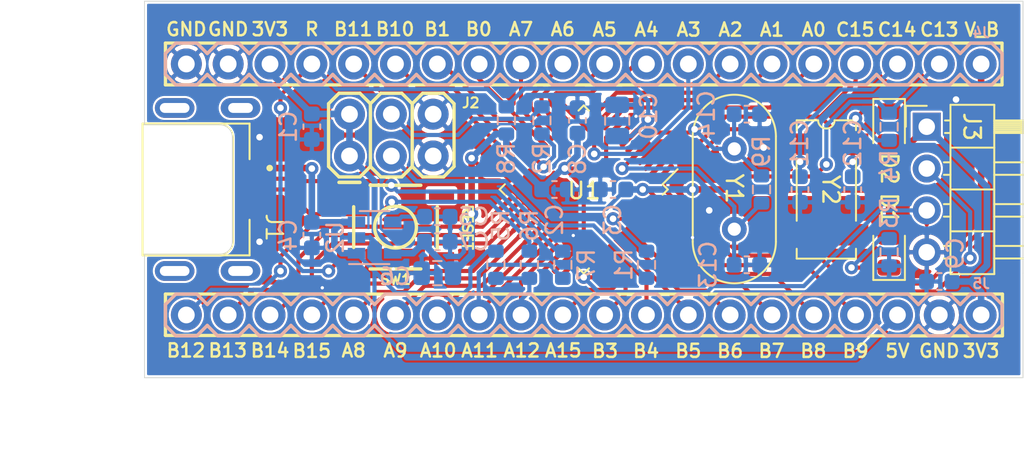
<source format=kicad_pcb>
(kicad_pcb (version 20171130) (host pcbnew "(5.1.9)-1")
  (layers (0 F.Cu signal hide) (31 B.Cu signal hide) (34 B.Paste user) (35 F.Paste user) (36 B.SilkS user) (37 F.SilkS user) (38 B.Mask user) (39 F.Mask user) (44 Edge.Cuts user))
  (net 0 "")
  (net 1 GND)
  (net 2 +3V3)
  (net 3 +5V)
  (net 4 "Net-(C5-Pad1)")
  (net 5 /RESET)
  (net 6 /PC14)
  (net 7 /PC15)
  (net 8 /OSCIN)
  (net 9 /OSCOUT)
  (net 10 "Net-(D1-Pad1)")
  (net 11 "Net-(D2-Pad1)")
  (net 12 "Net-(J1-Pad6)")
  (net 13 "Net-(J1-Pad2)")
  (net 14 "Net-(J1-Pad3)")
  (net 15 "Net-(J2-Pad4)")
  (net 16 "Net-(J2-Pad3)")
  (net 17 /PA14)
  (net 18 /PA13)
  (net 19 /PB11)
  (net 20 /PB10)
  (net 21 /PB1)
  (net 22 /PB0)
  (net 23 /PA7)
  (net 24 /PA6)
  (net 25 /PA5)
  (net 26 /PA4)
  (net 27 /PA3)
  (net 28 /PA2)
  (net 29 /PA1)
  (net 30 /PA0)
  (net 31 /PC13)
  (net 32 V_BATT)
  (net 33 /PB12)
  (net 34 /PB13)
  (net 35 /PB14)
  (net 36 /PB15)
  (net 37 /PA8)
  (net 38 /PA9)
  (net 39 /PA10)
  (net 40 /PA11)
  (net 41 /PA12)
  (net 42 /PA15)
  (net 43 /PB3)
  (net 44 /PB4)
  (net 45 /PB5)
  (net 46 /PB6)
  (net 47 /PB7)
  (net 48 /PB8)
  (net 49 /PB9)
  (net 50 /BOOT0)
  (net 51 /BOOT1)
  (net 52 "Net-(Y2-Pad3)")
  (net 53 "Net-(Y2-Pad2)")
  (module Package_QFP:LQFP-48_7x7mm_P0.5mm (layer F.Cu) (at 77.47 151.13 225)
    (fp_text reference U1 (at 0.035921 -0.071842 180) (layer F.SilkS))
    (fp_text value STM32F103C8Tx)
    (pad 48 smd roundrect (at -2.75 -4.1625 225) (size 0.3 1.475) (layers F.Cu F.Paste F.Mask) (net 2 +3V3))
    (pad 47 smd roundrect (at -2.25 -4.1625 225) (size 0.3 1.475) (layers F.Cu F.Paste F.Mask) (net 1 GND))
    (pad 46 smd roundrect (at -1.75 -4.1625 225) (size 0.3 1.475) (layers F.Cu F.Paste F.Mask) (net 49 /PB9))
    (pad 45 smd roundrect (at -1.25 -4.1625 225) (size 0.3 1.475) (layers F.Cu F.Paste F.Mask) (net 48 /PB8))
    (pad 44 smd roundrect (at -0.75 -4.1625 225) (size 0.3 1.475) (layers F.Cu F.Paste F.Mask) (net 50 /BOOT0))
    (pad 43 smd roundrect (at -0.25 -4.1625 225) (size 0.3 1.475) (layers F.Cu F.Paste F.Mask) (net 47 /PB7))
    (pad 42 smd roundrect (at 0.25 -4.1625 225) (size 0.3 1.475) (layers F.Cu F.Paste F.Mask) (net 46 /PB6))
    (pad 41 smd roundrect (at 0.75 -4.1625 225) (size 0.3 1.475) (layers F.Cu F.Paste F.Mask) (net 45 /PB5))
    (pad 40 smd roundrect (at 1.25 -4.1625 225) (size 0.3 1.475) (layers F.Cu F.Paste F.Mask) (net 44 /PB4))
    (pad 39 smd roundrect (at 1.75 -4.1625 225) (size 0.3 1.475) (layers F.Cu F.Paste F.Mask) (net 43 /PB3))
    (pad 38 smd roundrect (at 2.25 -4.1625 225) (size 0.3 1.475) (layers F.Cu F.Paste F.Mask) (net 42 /PA15))
    (pad 37 smd roundrect (at 2.75 -4.1625 225) (size 0.3 1.475) (layers F.Cu F.Paste F.Mask) (net 17 /PA14))
    (pad 36 smd roundrect (at 4.1625 -2.75 225) (size 1.475 0.3) (layers F.Cu F.Paste F.Mask) (net 2 +3V3))
    (pad 35 smd roundrect (at 4.1625 -2.25 225) (size 1.475 0.3) (layers F.Cu F.Paste F.Mask) (net 1 GND))
    (pad 34 smd roundrect (at 4.1625 -1.75 225) (size 1.475 0.3) (layers F.Cu F.Paste F.Mask) (net 18 /PA13))
    (pad 33 smd roundrect (at 4.1625 -1.25 225) (size 1.475 0.3) (layers F.Cu F.Paste F.Mask) (net 41 /PA12))
    (pad 32 smd roundrect (at 4.1625 -0.75 225) (size 1.475 0.3) (layers F.Cu F.Paste F.Mask) (net 40 /PA11))
    (pad 31 smd roundrect (at 4.1625 -0.25 225) (size 1.475 0.3) (layers F.Cu F.Paste F.Mask) (net 39 /PA10))
    (pad 30 smd roundrect (at 4.1625 0.25 225) (size 1.475 0.3) (layers F.Cu F.Paste F.Mask) (net 38 /PA9))
    (pad 29 smd roundrect (at 4.1625 0.75 225) (size 1.475 0.3) (layers F.Cu F.Paste F.Mask) (net 37 /PA8))
    (pad 28 smd roundrect (at 4.1625 1.25 225) (size 1.475 0.3) (layers F.Cu F.Paste F.Mask) (net 36 /PB15))
    (pad 27 smd roundrect (at 4.1625 1.75 225) (size 1.475 0.3) (layers F.Cu F.Paste F.Mask) (net 35 /PB14))
    (pad 26 smd roundrect (at 4.1625 2.25 225) (size 1.475 0.3) (layers F.Cu F.Paste F.Mask) (net 34 /PB13))
    (pad 25 smd roundrect (at 4.1625 2.75 225) (size 1.475 0.3) (layers F.Cu F.Paste F.Mask) (net 33 /PB12))
    (pad 24 smd roundrect (at 2.75 4.1625 225) (size 0.3 1.475) (layers F.Cu F.Paste F.Mask) (net 2 +3V3))
    (pad 23 smd roundrect (at 2.25 4.1625 225) (size 0.3 1.475) (layers F.Cu F.Paste F.Mask) (net 1 GND))
    (pad 22 smd roundrect (at 1.75 4.1625 225) (size 0.3 1.475) (layers F.Cu F.Paste F.Mask) (net 19 /PB11))
    (pad 21 smd roundrect (at 1.25 4.1625 225) (size 0.3 1.475) (layers F.Cu F.Paste F.Mask) (net 20 /PB10))
    (pad 20 smd roundrect (at 0.75 4.1625 225) (size 0.3 1.475) (layers F.Cu F.Paste F.Mask) (net 51 /BOOT1))
    (pad 19 smd roundrect (at 0.25 4.1625 225) (size 0.3 1.475) (layers F.Cu F.Paste F.Mask) (net 21 /PB1))
    (pad 18 smd roundrect (at -0.25 4.1625 225) (size 0.3 1.475) (layers F.Cu F.Paste F.Mask) (net 22 /PB0))
    (pad 17 smd roundrect (at -0.75 4.1625 225) (size 0.3 1.475) (layers F.Cu F.Paste F.Mask) (net 23 /PA7))
    (pad 16 smd roundrect (at -1.25 4.1625 225) (size 0.3 1.475) (layers F.Cu F.Paste F.Mask) (net 24 /PA6))
    (pad 15 smd roundrect (at -1.75 4.1625 225) (size 0.3 1.475) (layers F.Cu F.Paste F.Mask) (net 25 /PA5))
    (pad 14 smd roundrect (at -2.25 4.1625 225) (size 0.3 1.475) (layers F.Cu F.Paste F.Mask) (net 26 /PA4))
    (pad 13 smd roundrect (at -2.75 4.1625 225) (size 0.3 1.475) (layers F.Cu F.Paste F.Mask) (net 27 /PA3))
    (pad 12 smd roundrect (at -4.1625 2.75 225) (size 1.475 0.3) (layers F.Cu F.Paste F.Mask) (net 28 /PA2))
    (pad 11 smd roundrect (at -4.1625 2.25 225) (size 1.475 0.3) (layers F.Cu F.Paste F.Mask) (net 29 /PA1))
    (pad 10 smd roundrect (at -4.1625 1.75 225) (size 1.475 0.3) (layers F.Cu F.Paste F.Mask) (net 30 /PA0))
    (pad 9 smd roundrect (at -4.1625 1.25 225) (size 1.475 0.3) (layers F.Cu F.Paste F.Mask) (net 2 +3V3))
    (pad 8 smd roundrect (at -4.1625 0.75 225) (size 1.475 0.3) (layers F.Cu F.Paste F.Mask) (net 1 GND))
    (pad 7 smd roundrect (at -4.1625 0.25 225) (size 1.475 0.3) (layers F.Cu F.Paste F.Mask) (net 5 /RESET))
    (pad 6 smd roundrect (at -4.1625 -0.25 225) (size 1.475 0.3) (layers F.Cu F.Paste F.Mask) (net 9 /OSCOUT))
    (pad 5 smd roundrect (at -4.1625 -0.75 225) (size 1.475 0.3) (layers F.Cu F.Paste F.Mask) (net 8 /OSCIN))
    (pad 4 smd roundrect (at -4.1625 -1.25 225) (size 1.475 0.3) (layers F.Cu F.Paste F.Mask) (net 7 /PC15))
    (pad 3 smd roundrect (at -4.1625 -1.75 225) (size 1.475 0.3) (layers F.Cu F.Paste F.Mask) (net 6 /PC14))
    (pad 2 smd roundrect (at -4.1625 -2.25 225) (size 1.475 0.3) (layers F.Cu F.Paste F.Mask) (net 31 /PC13))
    (pad 1 smd roundrect (at -4.1625 -2.75 225) (size 1.475 0.3) (layers F.Cu F.Paste F.Mask) (net 32 V_BATT))
  )
  (module kukolabs-connectors:USB_Micro-B-MOLEX_47642-0001 (layer F.Cu) (at 57.15 151.13 270)
    (fp_text reference J1 (at 2.3114 -1.524 270 unlocked) (layer F.SilkS) (effects (font (thickness 0.127))))
    (fp_text value USB_B_Micro)
    (pad 1 smd rect (at -1.3 0 270) (size 0.45 1.1) (layers F.Cu F.Paste F.Mask) (net 3 +5V))
    (pad 2 smd rect (at -0.65 0 270) (size 0.45 1.1) (layers F.Cu F.Paste F.Mask) (net 13 "Net-(J1-Pad2)"))
    (pad 3 smd rect (at 0 0 270) (size 0.45 1.1) (layers F.Cu F.Paste F.Mask) (net 14 "Net-(J1-Pad3)"))
    (pad 4 smd rect (at 0.65 0 270) (size 0.45 1.1) (layers F.Cu F.Paste F.Mask) (net 1 GND))
    (pad 5 smd rect (at 1.3 0 270) (size 0.45 1.1) (layers F.Cu F.Paste F.Mask) (net 1 GND))
    (pad 6 thru_hole oval (at -4.95 0.52 270) (size 1.2 2.4) (drill oval 0.6 1.5) (layers *.Cu *.Mask) (net 12 "Net-(J1-Pad6)"))
    (pad 6 thru_hole oval (at -4.95 4.52 270) (size 1.2 2.4) (drill oval 0.6 1.8) (layers *.Cu *.Mask) (net 12 "Net-(J1-Pad6)"))
    (pad 6 thru_hole oval (at 4.95 0.52 270) (size 1.2 2.4) (drill oval 0.6 1.5) (layers *.Cu *.Mask) (net 12 "Net-(J1-Pad6)"))
    (pad 6 thru_hole oval (at 4.95 4.52 270) (size 1.2 2.4) (drill oval 0.6 1.8) (layers *.Cu *.Mask) (net 12 "Net-(J1-Pad6)"))
  )
  (module Capacitor_SMD:C_0603_1608Metric (layer B.Cu) (at 87.376 146.558)
    (fp_text reference C14 (at -2.4638 0 90 unlocked) (layer B.SilkS) (effects (justify mirror)))
    (fp_text value 20pF)
    (pad 2 smd roundrect (at 0.775 0) (size 0.9 0.95) (layers B.Cu B.Paste B.Mask) (net 1 GND))
    (pad 1 smd roundrect (at -0.775 0) (size 0.9 0.95) (layers B.Cu B.Paste B.Mask) (net 9 /OSCOUT))
  )
  (module Capacitor_SMD:C_0603_1608Metric (layer B.Cu) (at 87.376 155.702)
    (fp_text reference C13 (at -2.3622 0 90) (layer B.SilkS) (effects (justify mirror)))
    (fp_text value 20pF)
    (pad 2 smd roundrect (at 0.775 0) (size 0.9 0.95) (layers B.Cu B.Paste B.Mask) (net 1 GND))
    (pad 1 smd roundrect (at -0.775 0) (size 0.9 0.95) (layers B.Cu B.Paste B.Mask) (net 8 /OSCIN))
  )
  (module Capacitor_SMD:C_0603_1608Metric (layer B.Cu) (at 93.8022 151.13 270)
    (fp_text reference C12 (at -2.8194 0 90) (layer B.SilkS) (effects (justify mirror)))
    (fp_text value 20pF)
    (pad 2 smd roundrect (at 0.775 0 270) (size 0.9 0.95) (layers B.Cu B.Paste B.Mask) (net 1 GND))
    (pad 1 smd roundrect (at -0.775 0 270) (size 0.9 0.95) (layers B.Cu B.Paste B.Mask) (net 7 /PC15))
  )
  (module Capacitor_SMD:C_0603_1608Metric (layer B.Cu) (at 90.6018 151.13 270)
    (fp_text reference C11 (at -2.8194 0.0254 90) (layer B.SilkS) (effects (justify mirror)))
    (fp_text value 20pF)
    (pad 2 smd roundrect (at 0.775 0 270) (size 0.9 0.95) (layers B.Cu B.Paste B.Mask) (net 1 GND))
    (pad 1 smd roundrect (at -0.775 0 270) (size 0.9 0.95) (layers B.Cu B.Paste B.Mask) (net 6 /PC14))
  )
  (module Capacitor_SMD:C_0805_2012Metric (layer B.Cu) (at 79.502 146.939 90)
    (fp_text reference C10 (at 0.2794 1.905 90) (layer B.SilkS) (effects (justify mirror)))
    (fp_text value 105)
    (pad 2 smd roundrect (at 0.95 0 90) (size 1 1.45) (layers B.Cu B.Paste B.Mask) (net 1 GND))
    (pad 1 smd roundrect (at -0.95 0 90) (size 1 1.45) (layers B.Cu B.Paste B.Mask) (net 5 /RESET))
  )
  (module Capacitor_SMD:C_0603_1608Metric (layer B.Cu) (at 99.06 156.718 180)
    (fp_text reference C9 (at -0.9652 1.7018 90) (layer B.SilkS) (effects (justify mirror)))
    (fp_text value 104)
    (pad 2 smd roundrect (at 0.775 0 180) (size 0.9 0.95) (layers B.Cu B.Paste B.Mask) (net 1 GND))
    (pad 1 smd roundrect (at -0.775 0 180) (size 0.9 0.95) (layers B.Cu B.Paste B.Mask) (net 2 +3V3))
  )
  (module Capacitor_SMD:C_0603_1608Metric (layer B.Cu) (at 77.089 146.939 90)
    (fp_text reference C8 (at -2.3368 0 90) (layer B.SilkS) (effects (justify mirror)))
    (fp_text value 104)
    (pad 2 smd roundrect (at 0.775 0 90) (size 0.9 0.95) (layers B.Cu B.Paste B.Mask) (net 1 GND))
    (pad 1 smd roundrect (at -0.775 0 90) (size 0.9 0.95) (layers B.Cu B.Paste B.Mask) (net 2 +3V3))
  )
  (module Capacitor_SMD:C_0603_1608Metric (layer B.Cu) (at 68.58 154.305)
    (fp_text reference C7 (at 2.2098 0 180) (layer B.SilkS) (effects (justify mirror)))
    (fp_text value 104)
    (pad 2 smd roundrect (at 0.775 0) (size 0.9 0.95) (layers B.Cu B.Paste B.Mask) (net 1 GND))
    (pad 1 smd roundrect (at -0.775 0) (size 0.9 0.95) (layers B.Cu B.Paste B.Mask) (net 2 +3V3))
  )
  (module Capacitor_SMD:C_0805_2012Metric (layer B.Cu) (at 68.58 156.21 180)
    (fp_text reference C6 (at 2.5654 -0.2032 180) (layer B.SilkS) (effects (justify mirror)))
    (fp_text value 106)
    (pad 2 smd roundrect (at 0.95 0 180) (size 1 1.45) (layers B.Cu B.Paste B.Mask) (net 1 GND))
    (pad 1 smd roundrect (at -0.95 0 180) (size 1 1.45) (layers B.Cu B.Paste B.Mask) (net 2 +3V3))
  )
  (module Capacitor_SMD:C_0603_1608Metric (layer B.Cu) (at 68.58 152.781)
    (fp_text reference C5 (at 2.2098 0 180) (layer B.SilkS) (effects (justify mirror)))
    (fp_text value 223)
    (pad 2 smd roundrect (at 0.775 0) (size 0.9 0.95) (layers B.Cu B.Paste B.Mask) (net 1 GND))
    (pad 1 smd roundrect (at -0.775 0) (size 0.9 0.95) (layers B.Cu B.Paste B.Mask) (net 4 "Net-(C5-Pad1)"))
  )
  (module Capacitor_SMD:C_0603_1608Metric (layer B.Cu) (at 60.96 153.8986 270)
    (fp_text reference C4 (at 0 1.43 270) (layer B.SilkS) (effects (justify mirror)))
    (fp_text value 105)
    (pad 2 smd roundrect (at 0.775 0 270) (size 0.9 0.95) (layers B.Cu B.Paste B.Mask) (net 1 GND))
    (pad 1 smd roundrect (at -0.775 0 270) (size 0.9 0.95) (layers B.Cu B.Paste B.Mask) (net 3 +5V))
  )
  (module Capacitor_SMD:C_0603_1608Metric (layer B.Cu) (at 79.248 151.13 180)
    (fp_text reference C3 (at 0.0254 -1.849 90) (layer B.SilkS) (effects (justify mirror)))
    (fp_text value 104)
    (pad 2 smd roundrect (at 0.775 0 180) (size 0.9 0.95) (layers B.Cu B.Paste B.Mask) (net 1 GND))
    (pad 1 smd roundrect (at -0.775 0 180) (size 0.9 0.95) (layers B.Cu B.Paste B.Mask) (net 2 +3V3))
  )
  (module Capacitor_SMD:C_0603_1608Metric (layer B.Cu) (at 75.692 151.13)
    (fp_text reference C2 (at 0 1.849 90) (layer B.SilkS) (effects (justify mirror)))
    (fp_text value 104)
    (pad 2 smd roundrect (at 0.775 0) (size 0.9 0.95) (layers B.Cu B.Paste B.Mask) (net 1 GND))
    (pad 1 smd roundrect (at -0.775 0) (size 0.9 0.95) (layers B.Cu B.Paste B.Mask) (net 2 +3V3))
  )
  (module Capacitor_SMD:C_0603_1608Metric (layer B.Cu) (at 60.96 147.32 270)
    (fp_text reference C1 (at 0 1.43 90) (layer B.SilkS) (effects (justify mirror)))
    (fp_text value 104)
    (pad 2 smd roundrect (at 0.775 0 270) (size 0.9 0.95) (layers B.Cu B.Paste B.Mask) (net 1 GND))
    (pad 1 smd roundrect (at -0.775 0 270) (size 0.9 0.95) (layers B.Cu B.Paste B.Mask) (net 2 +3V3))
  )
  (module Crystal:Crystal_SMD_SeikoEpson_MC306-4Pin_8.0x3.2mm (layer F.Cu) (at 92.202 151.13 270)
    (fp_text reference Y2 (at 0.0254 -0.2794 270 unlocked) (layer F.SilkS))
    (fp_text value Crystal_GND23_Small)
    (pad 4 smd rect (at -2.75 -1.6 270) (size 1.3 1.9) (layers F.Cu F.Paste F.Mask) (net 7 /PC15))
    (pad 3 smd rect (at 2.75 -1.6 270) (size 1.3 1.9) (layers F.Cu F.Paste F.Mask) (net 52 "Net-(Y2-Pad3)"))
    (pad 2 smd rect (at 2.75 1.6 270) (size 1.3 1.9) (layers F.Cu F.Paste F.Mask) (net 53 "Net-(Y2-Pad2)"))
    (pad 1 smd rect (at -2.75 1.6 270) (size 1.3 1.9) (layers F.Cu F.Paste F.Mask) (net 6 /PC14))
  )
  (module Crystal:Crystal_HC49-4H_Vertical (layer F.Cu) (at 86.614 153.543 90)
    (fp_text reference Y1 (at 2.4638 0 270 unlocked) (layer F.SilkS))
    (fp_text value 8MHz)
    (pad 2 thru_hole circle (at 4.88 0 90) (size 1.5 1.5) (drill 0.8) (layers *.Cu *.Mask) (net 9 /OSCOUT))
    (pad 1 thru_hole circle (at 0 0 90) (size 1.5 1.5) (drill 0.8) (layers *.Cu *.Mask) (net 8 /OSCIN))
  )
  (module Package_TO_SOT_SMD:SOT-23-5 (layer B.Cu) (at 64.77 154.051)
    (fp_text reference U2 (at -2.3876 0 90) (layer B.SilkS) (effects (justify mirror)))
    (fp_text value SPX3819M5-L-3-3)
    (pad 5 smd rect (at 1.1 0.95) (size 1.06 0.65) (layers B.Cu B.Paste B.Mask) (net 2 +3V3))
    (pad 4 smd rect (at 1.1 -0.95) (size 1.06 0.65) (layers B.Cu B.Paste B.Mask) (net 4 "Net-(C5-Pad1)"))
    (pad 3 smd rect (at -1.1 -0.95) (size 1.06 0.65) (layers B.Cu B.Paste B.Mask) (net 3 +5V))
    (pad 2 smd rect (at -1.1 0) (size 1.06 0.65) (layers B.Cu B.Paste B.Mask) (net 1 GND))
    (pad 1 smd rect (at -1.1 0.95) (size 1.06 0.65) (layers B.Cu B.Paste B.Mask) (net 3 +5V))
  )
  (module Switches:TACTILE_SWITCH_SMD_5.2MM (layer F.Cu) (at 66.04 153.416 180)
    (fp_text reference SW1 (at 0 -3.175) (layer F.SilkS) (effects (font (size 0.6096 0.6096) (thickness 0.127))))
    (fp_text value RESET (at -4.3688 0 270 unlocked) (layer F.SilkS) (effects (font (size 0.6096 0.6096) (thickness 0.127))))
    (pad 4 smd rect (at 2.794 1.905 270) (size 0.762 1.524) (layers F.Cu F.Paste F.Mask))
    (pad 3 smd rect (at -2.794 1.905 270) (size 0.762 1.524) (layers F.Cu F.Paste F.Mask))
    (pad 2 smd rect (at 2.794 -1.905 270) (size 0.762 1.524) (layers F.Cu F.Paste F.Mask) (net 5 /RESET))
    (pad 1 smd rect (at -2.794 -1.905 270) (size 0.762 1.524) (layers F.Cu F.Paste F.Mask) (net 1 GND))
  )
  (module Resistor_SMD:R_0603_1608Metric (layer B.Cu) (at 88.265 151.13 90)
    (fp_text reference R9 (at 2.3114 0 90) (layer B.SilkS) (effects (justify mirror)))
    (fp_text value 1M)
    (pad 2 smd roundrect (at 0.825 0 90) (size 0.8 0.95) (layers B.Cu B.Paste B.Mask) (net 9 /OSCOUT))
    (pad 1 smd roundrect (at -0.825 0 90) (size 0.8 0.95) (layers B.Cu B.Paste B.Mask) (net 8 /OSCIN))
  )
  (module Resistor_SMD:R_0603_1608Metric (layer B.Cu) (at 72.771 146.939 90)
    (fp_text reference R8 (at -2.3114 0 270) (layer B.SilkS) (effects (justify mirror)))
    (fp_text value 10K)
    (pad 2 smd roundrect (at 0.825 0 90) (size 0.8 0.95) (layers B.Cu B.Paste B.Mask) (net 5 /RESET))
    (pad 1 smd roundrect (at -0.825 0 90) (size 0.8 0.95) (layers B.Cu B.Paste B.Mask) (net 2 +3V3))
  )
  (module Resistor_SMD:R_0603_1608Metric (layer B.Cu) (at 76.2 155.702 90)
    (fp_text reference R7 (at 0 1.43 90) (layer B.SilkS) (effects (justify mirror)))
    (fp_text value 20R)
    (pad 2 smd roundrect (at 0.825 0 90) (size 0.8 0.95) (layers B.Cu B.Paste B.Mask) (net 13 "Net-(J1-Pad2)"))
    (pad 1 smd roundrect (at -0.825 0 90) (size 0.8 0.95) (layers B.Cu B.Paste B.Mask) (net 40 /PA11))
  )
  (module Resistor_SMD:R_0603_1608Metric (layer B.Cu) (at 74.168 155.702 90)
    (fp_text reference R6 (at 2.3876 0 90) (layer B.SilkS) (effects (justify mirror)))
    (fp_text value 20R)
    (pad 2 smd roundrect (at 0.825 0 90) (size 0.8 0.95) (layers B.Cu B.Paste B.Mask) (net 14 "Net-(J1-Pad3)"))
    (pad 1 smd roundrect (at -0.825 0 90) (size 0.8 0.95) (layers B.Cu B.Paste B.Mask) (net 41 /PA12))
  )
  (module Resistor_SMD:R_0603_1608Metric (layer B.Cu) (at 72.136 155.702 90)
    (fp_text reference R5 (at 2.3876 0.3048 90) (layer B.SilkS) (effects (justify mirror)))
    (fp_text value 4.7K)
    (pad 2 smd roundrect (at 0.825 0 90) (size 0.8 0.95) (layers B.Cu B.Paste B.Mask) (net 3 +5V))
    (pad 1 smd roundrect (at -0.825 0 90) (size 0.8 0.95) (layers B.Cu B.Paste B.Mask) (net 41 /PA12))
  )
  (module Resistor_SMD:R_0603_1608Metric (layer B.Cu) (at 96.012 147.32 270)
    (fp_text reference R4 (at 2.3622 0 270) (layer B.SilkS) (effects (justify mirror)))
    (fp_text value 510R)
    (pad 2 smd roundrect (at 0.825 0 270) (size 0.8 0.95) (layers B.Cu B.Paste B.Mask) (net 11 "Net-(D2-Pad1)"))
    (pad 1 smd roundrect (at -0.825 0 270) (size 0.8 0.95) (layers B.Cu B.Paste B.Mask) (net 31 /PC13))
  )
  (module Resistor_SMD:R_0603_1608Metric (layer B.Cu) (at 96.012 154.94 90)
    (fp_text reference R3 (at 2.3876 0 90) (layer B.SilkS) (effects (justify mirror)))
    (fp_text value 510R)
    (pad 2 smd roundrect (at 0.825 0 90) (size 0.8 0.95) (layers B.Cu B.Paste B.Mask) (net 10 "Net-(D1-Pad1)"))
    (pad 1 smd roundrect (at -0.825 0 90) (size 0.8 0.95) (layers B.Cu B.Paste B.Mask) (net 1 GND))
  )
  (module Resistor_SMD:R_0603_1608Metric (layer B.Cu) (at 74.93 146.939 270)
    (fp_text reference R2 (at 2.3114 0 90) (layer B.SilkS) (effects (justify mirror)))
    (fp_text value 100K)
    (pad 2 smd roundrect (at 0.825 0 270) (size 0.8 0.95) (layers B.Cu B.Paste B.Mask) (net 51 /BOOT1))
    (pad 1 smd roundrect (at -0.825 0 270) (size 0.8 0.95) (layers B.Cu B.Paste B.Mask) (net 15 "Net-(J2-Pad4)"))
  )
  (module Resistor_SMD:R_0603_1608Metric (layer B.Cu) (at 81.28 155.702 270)
    (fp_text reference R1 (at 0 1.3716 270) (layer B.SilkS) (effects (justify mirror)))
    (fp_text value 100K)
    (pad 2 smd roundrect (at 0.825 0 270) (size 0.8 0.95) (layers B.Cu B.Paste B.Mask) (net 16 "Net-(J2-Pad3)"))
    (pad 1 smd roundrect (at -0.825 0 270) (size 0.8 0.95) (layers B.Cu B.Paste B.Mask) (net 50 /BOOT0))
  )
  (module Connectors:1X20 (layer B.Cu) (at 101.6 158.75 180)
    (fp_text reference J5 (at 0 1.905) (layer B.SilkS) (effects (font (size 0.6096 0.6096) (thickness 0.127)) (justify mirror)))
    (fp_text value Conn_01x20_Male hide)
    (pad 20 thru_hole circle (at 48.26 0 180) (size 1.8796 1.8796) (drill 1.016) (layers *.Cu *.Mask) (net 33 /PB12))
    (pad 19 thru_hole circle (at 45.72 0 180) (size 1.8796 1.8796) (drill 1.016) (layers *.Cu *.Mask) (net 34 /PB13))
    (pad 18 thru_hole circle (at 43.18 0 180) (size 1.8796 1.8796) (drill 1.016) (layers *.Cu *.Mask) (net 35 /PB14))
    (pad 17 thru_hole circle (at 40.64 0 180) (size 1.8796 1.8796) (drill 1.016) (layers *.Cu *.Mask) (net 36 /PB15))
    (pad 16 thru_hole circle (at 38.1 0 180) (size 1.8796 1.8796) (drill 1.016) (layers *.Cu *.Mask) (net 37 /PA8))
    (pad 15 thru_hole circle (at 35.56 0 180) (size 1.8796 1.8796) (drill 1.016) (layers *.Cu *.Mask) (net 38 /PA9))
    (pad 14 thru_hole circle (at 33.02 0 180) (size 1.8796 1.8796) (drill 1.016) (layers *.Cu *.Mask) (net 39 /PA10))
    (pad 13 thru_hole circle (at 30.48 0 180) (size 1.8796 1.8796) (drill 1.016) (layers *.Cu *.Mask) (net 40 /PA11))
    (pad 12 thru_hole circle (at 27.94 0 180) (size 1.8796 1.8796) (drill 1.016) (layers *.Cu *.Mask) (net 41 /PA12))
    (pad 11 thru_hole circle (at 25.4 0 180) (size 1.8796 1.8796) (drill 1.016) (layers *.Cu *.Mask) (net 42 /PA15))
    (pad 10 thru_hole circle (at 22.86 0 180) (size 1.8796 1.8796) (drill 1.016) (layers *.Cu *.Mask) (net 43 /PB3))
    (pad 9 thru_hole circle (at 20.32 0 180) (size 1.8796 1.8796) (drill 1.016) (layers *.Cu *.Mask) (net 44 /PB4))
    (pad 8 thru_hole circle (at 17.78 0 180) (size 1.8796 1.8796) (drill 1.016) (layers *.Cu *.Mask) (net 45 /PB5))
    (pad 7 thru_hole circle (at 15.24 0 180) (size 1.8796 1.8796) (drill 1.016) (layers *.Cu *.Mask) (net 46 /PB6))
    (pad 6 thru_hole circle (at 12.7 0 180) (size 1.8796 1.8796) (drill 1.016) (layers *.Cu *.Mask) (net 47 /PB7))
    (pad 5 thru_hole circle (at 10.16 0 180) (size 1.8796 1.8796) (drill 1.016) (layers *.Cu *.Mask) (net 48 /PB8))
    (pad 4 thru_hole circle (at 7.62 0 180) (size 1.8796 1.8796) (drill 1.016) (layers *.Cu *.Mask) (net 49 /PB9))
    (pad 3 thru_hole circle (at 5.08 0 180) (size 1.8796 1.8796) (drill 1.016) (layers *.Cu *.Mask) (net 3 +5V))
    (pad 2 thru_hole circle (at 2.54 0 180) (size 1.8796 1.8796) (drill 1.016) (layers *.Cu *.Mask) (net 1 GND))
    (pad 1 thru_hole circle (at 0 0 180) (size 1.8796 1.8796) (drill 1.016) (layers *.Cu *.Mask) (net 2 +3V3))
  )
  (module Connectors:1X20 (layer B.Cu) (at 101.6 143.51 180)
    (fp_text reference J4 (at 0 1.905) (layer B.SilkS) (effects (font (size 0.6096 0.6096) (thickness 0.127)) (justify mirror)))
    (fp_text value Conn_01x20_Male hide)
    (pad 20 thru_hole circle (at 48.26 0 180) (size 1.8796 1.8796) (drill 1.016) (layers *.Cu *.Mask) (net 1 GND))
    (pad 19 thru_hole circle (at 45.72 0 180) (size 1.8796 1.8796) (drill 1.016) (layers *.Cu *.Mask) (net 1 GND))
    (pad 18 thru_hole circle (at 43.18 0 180) (size 1.8796 1.8796) (drill 1.016) (layers *.Cu *.Mask) (net 2 +3V3))
    (pad 17 thru_hole circle (at 40.64 0 180) (size 1.8796 1.8796) (drill 1.016) (layers *.Cu *.Mask) (net 5 /RESET))
    (pad 16 thru_hole circle (at 38.1 0 180) (size 1.8796 1.8796) (drill 1.016) (layers *.Cu *.Mask) (net 19 /PB11))
    (pad 15 thru_hole circle (at 35.56 0 180) (size 1.8796 1.8796) (drill 1.016) (layers *.Cu *.Mask) (net 20 /PB10))
    (pad 14 thru_hole circle (at 33.02 0 180) (size 1.8796 1.8796) (drill 1.016) (layers *.Cu *.Mask) (net 21 /PB1))
    (pad 13 thru_hole circle (at 30.48 0 180) (size 1.8796 1.8796) (drill 1.016) (layers *.Cu *.Mask) (net 22 /PB0))
    (pad 12 thru_hole circle (at 27.94 0 180) (size 1.8796 1.8796) (drill 1.016) (layers *.Cu *.Mask) (net 23 /PA7))
    (pad 11 thru_hole circle (at 25.4 0 180) (size 1.8796 1.8796) (drill 1.016) (layers *.Cu *.Mask) (net 24 /PA6))
    (pad 10 thru_hole circle (at 22.86 0 180) (size 1.8796 1.8796) (drill 1.016) (layers *.Cu *.Mask) (net 25 /PA5))
    (pad 9 thru_hole circle (at 20.32 0 180) (size 1.8796 1.8796) (drill 1.016) (layers *.Cu *.Mask) (net 26 /PA4))
    (pad 8 thru_hole circle (at 17.78 0 180) (size 1.8796 1.8796) (drill 1.016) (layers *.Cu *.Mask) (net 27 /PA3))
    (pad 7 thru_hole circle (at 15.24 0 180) (size 1.8796 1.8796) (drill 1.016) (layers *.Cu *.Mask) (net 28 /PA2))
    (pad 6 thru_hole circle (at 12.7 0 180) (size 1.8796 1.8796) (drill 1.016) (layers *.Cu *.Mask) (net 29 /PA1))
    (pad 5 thru_hole circle (at 10.16 0 180) (size 1.8796 1.8796) (drill 1.016) (layers *.Cu *.Mask) (net 30 /PA0))
    (pad 4 thru_hole circle (at 7.62 0 180) (size 1.8796 1.8796) (drill 1.016) (layers *.Cu *.Mask) (net 7 /PC15))
    (pad 3 thru_hole circle (at 5.08 0 180) (size 1.8796 1.8796) (drill 1.016) (layers *.Cu *.Mask) (net 6 /PC14))
    (pad 2 thru_hole circle (at 2.54 0 180) (size 1.8796 1.8796) (drill 1.016) (layers *.Cu *.Mask) (net 31 /PC13))
    (pad 1 thru_hole circle (at 0 0 180) (size 1.8796 1.8796) (drill 1.016) (layers *.Cu *.Mask) (net 32 V_BATT))
  )
  (module Connector_PinHeader_2.54mm:PinHeader_1x04_P2.54mm_Horizontal (layer F.Cu) (at 98.298 147.32)
    (fp_text reference J3 (at 2.7432 0 -90 unlocked) (layer F.SilkS))
    (fp_text value SWD)
    (pad 4 thru_hole oval (at 0 7.62) (size 1.7 1.7) (drill 1) (layers *.Cu *.Mask) (net 1 GND))
    (pad 3 thru_hole oval (at 0 5.08) (size 1.7 1.7) (drill 1) (layers *.Cu *.Mask) (net 17 /PA14))
    (pad 2 thru_hole oval (at 0 2.54) (size 1.7 1.7) (drill 1) (layers *.Cu *.Mask) (net 18 /PA13))
    (pad 1 thru_hole rect (at 0 0) (size 1.7 1.7) (drill 1) (layers *.Cu *.Mask) (net 2 +3V3))
  )
  (module Connectors:2X3 (layer F.Cu) (at 63.246 149.098)
    (fp_text reference J2 (at 7.366 -3.2258 unlocked) (layer F.SilkS) (effects (font (size 0.6096 0.6096) (thickness 0.127))))
    (fp_text value "Header 3x2" hide)
    (pad 6 thru_hole circle (at 5.08 -2.54) (size 1.8796 1.8796) (drill 1.016) (layers *.Cu *.Mask) (net 1 GND))
    (pad 5 thru_hole circle (at 5.08 0) (size 1.8796 1.8796) (drill 1.016) (layers *.Cu *.Mask) (net 1 GND))
    (pad 4 thru_hole circle (at 2.54 -2.54) (size 1.8796 1.8796) (drill 1.016) (layers *.Cu *.Mask) (net 15 "Net-(J2-Pad4)"))
    (pad 3 thru_hole circle (at 2.54 0) (size 1.8796 1.8796) (drill 1.016) (layers *.Cu *.Mask) (net 16 "Net-(J2-Pad3)"))
    (pad 2 thru_hole circle (at 0 -2.54) (size 1.8796 1.8796) (drill 1.016) (layers *.Cu *.Mask) (net 2 +3V3))
    (pad 1 thru_hole circle (at 0 0) (size 1.8796 1.8796) (drill 1.016) (layers *.Cu *.Mask) (net 2 +3V3))
  )
  (module LED_SMD:LED_0805_2012Metric (layer F.Cu) (at 96.012 147.32 270)
    (fp_text reference D2 (at 2.54 -0.0254 270 unlocked) (layer F.SilkS))
    (fp_text value LED)
    (pad 2 smd roundrect (at 0.9375 0 270) (size 0.975 1.4) (layers F.Cu F.Paste F.Mask) (net 2 +3V3))
    (pad 1 smd roundrect (at -0.9375 0 270) (size 0.975 1.4) (layers F.Cu F.Paste F.Mask) (net 11 "Net-(D2-Pad1)"))
  )
  (module LED_SMD:LED_0805_2012Metric (layer F.Cu) (at 96.012 154.94 90)
    (fp_text reference D1 (at 2.6416 0 270 unlocked) (layer F.SilkS))
    (fp_text value LED)
    (pad 2 smd roundrect (at 0.9375 0 90) (size 0.975 1.4) (layers F.Cu F.Paste F.Mask) (net 2 +3V3))
    (pad 1 smd roundrect (at -0.9375 0 90) (size 0.975 1.4) (layers F.Cu F.Paste F.Mask) (net 10 "Net-(D1-Pad1)"))
  )
  (gr_text V_B (at 101.6508 141.4272) (layer F.SilkS) (effects (font (size 0.8 0.8))))
  (gr_text C13 (at 99.06 141.4272) (layer F.SilkS) (effects (font (size 0.8 0.8))))
  (gr_text C14 (at 96.4946 141.4272) (layer F.SilkS) (effects (font (size 0.8 0.8))))
  (gr_text C15 (at 93.9546 141.4272) (layer F.SilkS) (effects (font (size 0.8 0.8))))
  (gr_text A0 (at 91.44 141.4272) (layer F.SilkS) (effects (font (size 0.8 0.8))))
  (gr_text A1 (at 88.9 141.4272) (layer F.SilkS) (effects (font (size 0.8 0.8))))
  (gr_text A2 (at 86.3854 141.4272) (layer F.SilkS) (effects (font (size 0.8 0.8))))
  (gr_text A3 (at 83.8454 141.4272) (layer F.SilkS) (effects (font (size 0.8 0.8))))
  (gr_text A4 (at 81.28 141.4272) (layer F.SilkS) (effects (font (size 0.8 0.8))))
  (gr_text A5 (at 78.74 141.4272) (layer F.SilkS) (effects (font (size 0.8 0.8))))
  (gr_text A6 (at 76.2 141.4018) (layer F.SilkS) (effects (font (size 0.8 0.8))))
  (gr_text A7 (at 73.66 141.4018) (layer F.SilkS) (effects (font (size 0.8 0.8))))
  (gr_text B0 (at 71.0946 141.4018) (layer F.SilkS) (effects (font (size 0.8 0.8))))
  (gr_text B1 (at 68.58 141.4018) (layer F.SilkS) (effects (font (size 0.8 0.8))))
  (gr_text B10 (at 66.0146 141.4018) (layer F.SilkS) (effects (font (size 0.8 0.8))))
  (gr_text B11 (at 63.4746 141.4018) (layer F.SilkS) (effects (font (size 0.8 0.8))))
  (gr_text R (at 60.96 141.4018) (layer F.SilkS) (effects (font (size 0.8 0.8))))
  (gr_text 3V3 (at 58.42 141.4018) (layer F.SilkS) (effects (font (size 0.8 0.8))))
  (gr_text GND (at 55.88 141.4018) (layer F.SilkS) (effects (font (size 0.8 0.8))))
  (gr_text GND (at 53.34 141.4018) (layer F.SilkS) (effects (font (size 0.8 0.8))))
  (gr_line (start 52.07 144.78) (end 52.07 142.24) (layer F.SilkS) (width 0.2))
  (gr_line (start 102.87 144.78) (end 52.07 144.78) (layer F.SilkS) (width 0.2))
  (gr_line (start 102.87 142.24) (end 102.87 144.78) (layer F.SilkS) (width 0.2))
  (gr_line (start 52.07 142.24) (end 102.87 142.24) (layer F.SilkS) (width 0.2))
  (gr_text 3V3 (at 101.6 160.9344) (layer F.SilkS) (effects (font (size 0.8 0.8))))
  (gr_text GND (at 99.06 160.9344) (layer F.SilkS) (effects (font (size 0.8 0.8))))
  (gr_text 5V (at 96.52 160.9344) (layer F.SilkS) (effects (font (size 0.8 0.8))))
  (gr_text B9 (at 93.98 160.9344) (layer F.SilkS) (effects (font (size 0.8 0.8))))
  (gr_text B8 (at 91.4146 160.9344) (layer F.SilkS) (effects (font (size 0.8 0.8))))
  (gr_text B7 (at 88.8746 160.9344) (layer F.SilkS) (effects (font (size 0.8 0.8))))
  (gr_text B6 (at 86.36 160.9344) (layer F.SilkS) (effects (font (size 0.8 0.8))))
  (gr_text B5 (at 83.82 160.9344) (layer F.SilkS) (effects (font (size 0.8 0.8))))
  (gr_text B4 (at 81.2546 160.9344) (layer F.SilkS) (effects (font (size 0.8 0.8))))
  (gr_text B3 (at 78.7654 160.9344) (layer F.SilkS) (effects (font (size 0.8 0.8))))
  (gr_text A15 (at 76.2254 160.909) (layer F.SilkS) (effects (font (size 0.8 0.8))))
  (gr_text A12 (at 73.7108 160.909) (layer F.SilkS) (effects (font (size 0.8 0.8))))
  (gr_text A11 (at 71.1454 160.909) (layer F.SilkS) (effects (font (size 0.8 0.8))))
  (gr_text A10 (at 68.6308 160.909) (layer F.SilkS) (effects (font (size 0.8 0.8))))
  (gr_text A9 (at 66.04 160.909) (layer F.SilkS) (effects (font (size 0.8 0.8))))
  (gr_text A8 (at 63.5 160.909) (layer F.SilkS) (effects (font (size 0.8 0.8))))
  (gr_text B15 (at 60.96 160.9344) (layer F.SilkS) (effects (font (size 0.8 0.8))))
  (gr_text B14 (at 58.42 160.909) (layer F.SilkS) (effects (font (size 0.8 0.8))))
  (gr_text B13 (at 55.8546 160.909) (layer F.SilkS) (effects (font (size 0.8 0.8))))
  (gr_text B12 (at 53.3146 160.909) (layer F.SilkS) (effects (font (size 0.8 0.8))))
  (gr_line (start 52.07 159.9946) (end 52.07 157.48) (layer F.SilkS) (width 0.2))
  (gr_line (start 102.8954 160.02) (end 52.07 159.9946) (layer F.SilkS) (width 0.2))
  (gr_line (start 102.8954 157.48) (end 102.8954 160.02) (layer F.SilkS) (width 0.2))
  (gr_line (start 52.07 157.48) (end 102.8954 157.48) (layer F.SilkS) (width 0.2))
  (gr_line (start 56.134 154.305) (end 56.134 154.051) (angle 90) (layer Edge.Cuts) (width 0.05))
  (gr_arc (start 55.372 154.305) (end 56.134 154.305) (angle 90) (layer Edge.Cuts) (width 0.05))
  (gr_arc (start 55.372 147.955) (end 55.372 147.193) (angle 90) (layer Edge.Cuts) (width 0.05))
  (gr_line (start 50.8 155.067) (end 55.372 155.067) (angle 90) (layer Edge.Cuts) (width 0.05))
  (gr_line (start 50.8 162.56) (end 50.8 155.067) (angle 90) (layer Edge.Cuts) (width 0.05))
  (gr_line (start 56.134 147.955) (end 56.134 154.051) (angle 90) (layer Edge.Cuts) (width 0.05))
  (gr_line (start 50.8 147.193) (end 55.372 147.193) (angle 90) (layer Edge.Cuts) (width 0.05))
  (gr_line (start 50.8 139.7) (end 50.8 147.193) (angle 90) (layer Edge.Cuts) (width 0.05))
  (gr_line (start 104.14 139.7) (end 104.14 156.21) (angle 90) (layer Edge.Cuts) (width 0.05))
  (gr_line (start 102.87 139.7) (end 104.14 139.7) (angle 90) (layer Edge.Cuts) (width 0.05))
  (gr_line (start 50.8 139.7) (end 102.87 139.7) (angle 90) (layer Edge.Cuts) (width 0.05))
  (gr_line (start 104.14 162.56) (end 104.14 156.21) (angle 90) (layer Edge.Cuts) (width 0.05))
  (gr_line (start 50.8 162.56) (end 104.14 162.56) (angle 90) (layer Edge.Cuts) (width 0.05))
  (via (at 100.076 145.669) (size 0.8) (drill 0.4) (layers F.Cu B.Cu) (net 1))
  (via (at 88.392 148.59) (size 0.8) (drill 0.4) (layers F.Cu B.Cu) (net 1))
  (via (at 85.09 152.4) (size 0.8) (drill 0.4) (layers F.Cu B.Cu) (net 1))
  (via (at 57.785 147.955) (size 0.8) (drill 0.4) (layers F.Cu B.Cu) (net 1))
  (via (at 57.785 154.305) (size 0.8) (drill 0.4) (layers F.Cu B.Cu) (net 1))
  (via (at 80.645 146.685) (size 0.4) (drill 0.2) (layers F.Cu B.Cu) (net 1))
  (via (at 61.595 157.099) (size 0.4) (drill 0.2) (layers F.Cu B.Cu) (net 1))
  (via (at 84.074 154.051) (size 0.4) (drill 0.2) (layers F.Cu B.Cu) (net 1))
  (via (at 76.835 153.924) (size 0.4) (drill 0.2) (layers F.Cu B.Cu) (net 1))
  (via (at 65.913 155.956) (size 0.4) (drill 0.2) (layers F.Cu B.Cu) (net 1))
  (segment (start 74.917 151.0408) (end 74.917 151.13) (width 0.25) (layer B.Cu) (net 2))
  (segment (start 72.771 148.8948) (end 74.917 151.0408) (width 0.4) (layer B.Cu) (net 2))
  (segment (start 72.771 147.764) (end 72.771 148.8948) (width 0.4) (layer B.Cu) (net 2))
  (segment (start 78.830001 149.319001) (end 78.289002 149.86) (width 0.25) (layer F.Cu) (net 2))
  (segment (start 79.494107 147.302785) (end 78.830001 147.966891) (width 0.25) (layer F.Cu) (net 2))
  (segment (start 78.830001 147.966891) (end 78.830001 149.319001) (width 0.25) (layer F.Cu) (net 2))
  (segment (start 79.529449 147.302785) (end 79.494107 147.302785) (width 0.25) (layer F.Cu) (net 2))
  (via (at 76.317401 149.850401) (size 0.8) (drill 0.4) (layers F.Cu B.Cu) (net 2))
  (segment (start 76.327 149.86) (end 76.317401 149.850401) (width 0.25) (layer F.Cu) (net 2))
  (segment (start 78.289002 149.86) (end 76.327 149.86) (width 0.25) (layer F.Cu) (net 2))
  (segment (start 77.47 155.019088) (end 76.471212 156.017876) (width 0.25) (layer F.Cu) (net 2))
  (segment (start 77.47 151.003) (end 77.47 155.019088) (width 0.25) (layer F.Cu) (net 2))
  (segment (start 76.317401 149.850401) (end 77.47 151.003) (width 0.25) (layer F.Cu) (net 2))
  (via (at 70.662803 152.603197) (size 0.8) (drill 0.4) (layers F.Cu B.Cu) (net 2))
  (segment (start 78.8546 152.2984) (end 80.023 151.13) (width 0.25) (layer B.Cu) (net 2))
  (segment (start 76.0854 152.2984) (end 78.8546 152.2984) (width 0.25) (layer B.Cu) (net 2))
  (segment (start 74.917 151.13) (end 76.0854 152.2984) (width 0.25) (layer B.Cu) (net 2))
  (segment (start 80.023 151.13) (end 81.0514 151.13) (width 0.4) (layer B.Cu) (net 2))
  (via (at 81.0514 151.13) (size 0.8) (drill 0.4) (layers F.Cu B.Cu) (net 2))
  (segment (start 81.359088 151.13) (end 82.357876 152.128788) (width 0.25) (layer F.Cu) (net 2))
  (segment (start 81.0514 151.13) (end 81.359088 151.13) (width 0.25) (layer F.Cu) (net 2))
  (segment (start 81.0514 151.13) (end 84.074 151.13) (width 0.4) (layer B.Cu) (net 2))
  (via (at 84.074 151.13) (size 0.8) (drill 0.4) (layers F.Cu B.Cu) (net 2))
  (segment (start 95.4024 151.13) (end 96.012 150.5204) (width 0.4) (layer F.Cu) (net 2))
  (segment (start 84.074 151.13) (end 95.4024 151.13) (width 0.4) (layer F.Cu) (net 2))
  (segment (start 96.012 150.5204) (end 96.012 148.2575) (width 0.4) (layer F.Cu) (net 2))
  (segment (start 96.012 154.0025) (end 96.012 150.5204) (width 0.4) (layer F.Cu) (net 2))
  (segment (start 97.3605 148.2575) (end 98.298 147.32) (width 0.4) (layer F.Cu) (net 2))
  (segment (start 96.012 148.2575) (end 97.3605 148.2575) (width 0.4) (layer F.Cu) (net 2))
  (segment (start 76.184199 149.850401) (end 76.317401 149.850401) (width 0.4) (layer B.Cu) (net 2))
  (segment (start 74.917 151.1176) (end 76.184199 149.850401) (width 0.4) (layer B.Cu) (net 2))
  (segment (start 74.917 151.13) (end 74.917 151.1176) (width 0.25) (layer B.Cu) (net 2))
  (segment (start 76.317401 149.844199) (end 77.089 149.0726) (width 0.4) (layer B.Cu) (net 2))
  (segment (start 77.089 149.0726) (end 77.089 147.714) (width 0.4) (layer B.Cu) (net 2))
  (segment (start 76.317401 149.850401) (end 76.317401 149.844199) (width 0.25) (layer B.Cu) (net 2))
  (segment (start 100.965 156.718) (end 99.835 156.718) (width 0.4) (layer B.Cu) (net 2))
  (segment (start 101.9556 155.7274) (end 100.965 156.718) (width 0.4) (layer B.Cu) (net 2))
  (segment (start 101.9556 150.9776) (end 101.9556 155.7274) (width 0.4) (layer B.Cu) (net 2))
  (segment (start 98.298 147.32) (end 101.9556 150.9776) (width 0.4) (layer B.Cu) (net 2))
  (segment (start 101.6 157.353) (end 100.965 156.718) (width 0.4) (layer B.Cu) (net 2))
  (segment (start 101.6 158.75) (end 101.6 157.353) (width 0.4) (layer B.Cu) (net 2))
  (segment (start 58.42 144.005) (end 58.42 143.51) (width 0.4) (layer B.Cu) (net 2))
  (segment (start 60.96 146.545) (end 58.42 144.005) (width 0.4) (layer B.Cu) (net 2))
  (segment (start 63.233 146.545) (end 63.246 146.558) (width 0.4) (layer B.Cu) (net 2))
  (segment (start 60.96 146.545) (end 63.233 146.545) (width 0.4) (layer B.Cu) (net 2))
  (segment (start 63.246 146.558) (end 63.246 149.098) (width 0.4) (layer B.Cu) (net 2))
  (segment (start 70.662803 155.092397) (end 70.662803 152.603197) (width 0.4) (layer B.Cu) (net 2))
  (segment (start 69.5452 156.21) (end 70.662803 155.092397) (width 0.4) (layer B.Cu) (net 2))
  (segment (start 69.53 156.21) (end 69.5452 156.21) (width 0.4) (layer B.Cu) (net 2))
  (segment (start 69.52235 156.21) (end 69.53 156.21) (width 0.4) (layer B.Cu) (net 2))
  (segment (start 67.805 154.49265) (end 69.52235 156.21) (width 0.4) (layer B.Cu) (net 2))
  (segment (start 67.805 154.305) (end 67.805 154.49265) (width 0.4) (layer B.Cu) (net 2))
  (segment (start 67.109 155.001) (end 67.805 154.305) (width 0.4) (layer B.Cu) (net 2))
  (segment (start 65.87 155.001) (end 67.109 155.001) (width 0.4) (layer B.Cu) (net 2))
  (via (at 70.662801 149.225) (size 0.8) (drill 0.4) (layers F.Cu B.Cu) (net 2))
  (segment (start 70.662803 152.603197) (end 70.662803 149.225002) (width 0.4) (layer F.Cu) (net 2))
  (segment (start 70.662803 149.225002) (end 70.662801 149.225) (width 0.4) (layer F.Cu) (net 2))
  (segment (start 72.582124 150.131212) (end 71.569013 150.131212) (width 0.25) (layer F.Cu) (net 2))
  (segment (start 71.569013 150.131212) (end 70.662801 149.225) (width 0.25) (layer F.Cu) (net 2))
  (segment (start 72.771 147.764) (end 72.123801 147.764) (width 0.4) (layer B.Cu) (net 2))
  (segment (start 72.123801 147.764) (end 70.662801 149.225) (width 0.4) (layer B.Cu) (net 2))
  (segment (start 65.87 154.77) (end 65.87 155.001) (width 0.36) (layer B.Cu) (net 2))
  (segment (start 64.77 153.67) (end 65.87 154.77) (width 0.36) (layer B.Cu) (net 2))
  (segment (start 64.77 150.622) (end 64.77 153.67) (width 0.36) (layer B.Cu) (net 2))
  (segment (start 63.246 149.098) (end 64.77 150.622) (width 0.36) (layer B.Cu) (net 2))
  (via (at 60.959995 149.86) (size 0.8) (drill 0.4) (layers F.Cu B.Cu) (net 3))
  (segment (start 60.9724 153.1112) (end 60.96 153.1236) (width 0.25) (layer B.Cu) (net 3))
  (segment (start 63.6598 153.1112) (end 60.9724 153.1112) (width 0.25) (layer B.Cu) (net 3))
  (segment (start 63.67 153.101) (end 63.6598 153.1112) (width 0.25) (layer B.Cu) (net 3))
  (segment (start 64.764801 156.095801) (end 63.67 155.001) (width 0.25) (layer B.Cu) (net 3))
  (segment (start 66.733494 161.3154) (end 64.764801 159.346707) (width 0.25) (layer B.Cu) (net 3))
  (segment (start 93.9546 161.3154) (end 66.733494 161.3154) (width 0.4) (layer B.Cu) (net 3))
  (segment (start 96.52 158.75) (end 93.9546 161.3154) (width 0.4) (layer B.Cu) (net 3))
  (segment (start 64.764801 157.332799) (end 64.764801 156.095801) (width 0.25) (layer B.Cu) (net 3))
  (segment (start 64.764801 159.346707) (end 64.764801 157.332799) (width 0.25) (layer B.Cu) (net 3))
  (segment (start 71.6402 154.877) (end 72.136 154.877) (width 0.25) (layer B.Cu) (net 3))
  (segment (start 70.5866 155.9306) (end 71.6402 154.877) (width 0.25) (layer B.Cu) (net 3))
  (segment (start 70.5866 157.0482) (end 70.5866 155.9306) (width 0.25) (layer B.Cu) (net 3))
  (segment (start 70.231 157.4038) (end 70.5866 157.0482) (width 0.25) (layer B.Cu) (net 3))
  (segment (start 66.0654 157.4038) (end 70.231 157.4038) (width 0.25) (layer B.Cu) (net 3))
  (segment (start 64.764801 156.103201) (end 66.0654 157.4038) (width 0.25) (layer B.Cu) (net 3))
  (segment (start 64.764801 156.095801) (end 64.764801 156.103201) (width 0.25) (layer B.Cu) (net 3))
  (segment (start 60.959995 153.123595) (end 60.96 153.1236) (width 0.4) (layer B.Cu) (net 3))
  (segment (start 60.959995 149.86) (end 60.959995 153.123595) (width 0.4) (layer B.Cu) (net 3))
  (segment (start 63.6474 153.1236) (end 63.67 153.101) (width 0.4) (layer B.Cu) (net 3))
  (segment (start 60.96 153.1236) (end 63.6474 153.1236) (width 0.4) (layer B.Cu) (net 3))
  (segment (start 62.799 155.001) (end 63.67 155.001) (width 0.4) (layer B.Cu) (net 3))
  (segment (start 62.3316 153.5938) (end 62.3316 154.5336) (width 0.4) (layer B.Cu) (net 3))
  (segment (start 62.3316 154.5336) (end 62.799 155.001) (width 0.4) (layer B.Cu) (net 3))
  (segment (start 62.8244 153.101) (end 62.3316 153.5938) (width 0.4) (layer B.Cu) (net 3))
  (segment (start 63.67 153.101) (end 62.8244 153.101) (width 0.4) (layer B.Cu) (net 3))
  (segment (start 60.929995 149.83) (end 60.959995 149.86) (width 0.4) (layer F.Cu) (net 3))
  (segment (start 57.15 149.83) (end 60.929995 149.83) (width 0.4) (layer F.Cu) (net 3))
  (segment (start 66.421 152.781) (end 67.805 152.781) (width 0.25) (layer B.Cu) (net 4))
  (segment (start 66.0908 153.1112) (end 66.421 152.781) (width 0.25) (layer B.Cu) (net 4))
  (segment (start 66.0806 153.101) (end 66.0908 153.1112) (width 0.25) (layer B.Cu) (net 4))
  (segment (start 65.87 153.101) (end 66.0806 153.101) (width 0.25) (layer B.Cu) (net 4))
  (via (at 61.976 156.083) (size 0.8) (drill 0.4) (layers F.Cu B.Cu) (net 5))
  (via (at 59.055 146.177) (size 0.8) (drill 0.4) (layers F.Cu B.Cu) (net 5))
  (segment (start 59.055 145.415) (end 60.96 143.51) (width 0.25) (layer F.Cu) (net 5))
  (segment (start 59.055 146.177) (end 59.055 145.415) (width 0.25) (layer F.Cu) (net 5))
  (segment (start 62.738 155.321) (end 61.976 156.083) (width 0.25) (layer F.Cu) (net 5))
  (segment (start 63.246 155.321) (end 62.738 155.321) (width 0.25) (layer F.Cu) (net 5))
  (via (at 81.366001 146.880443) (size 0.8) (drill 0.4) (layers F.Cu B.Cu) (net 5))
  (segment (start 80.236555 148.009891) (end 80.966002 147.280442) (width 0.25) (layer F.Cu) (net 5))
  (segment (start 80.966002 147.280442) (end 81.366001 146.880443) (width 0.25) (layer F.Cu) (net 5))
  (segment (start 71.628 145.034) (end 72.708 146.114) (width 0.25) (layer B.Cu) (net 5))
  (segment (start 62.484 145.034) (end 71.628 145.034) (width 0.25) (layer B.Cu) (net 5))
  (segment (start 72.708 146.114) (end 72.771 146.114) (width 0.25) (layer B.Cu) (net 5))
  (segment (start 60.96 143.51) (end 62.484 145.034) (width 0.25) (layer B.Cu) (net 5))
  (segment (start 72.771 146.1008) (end 72.771 146.114) (width 0.25) (layer B.Cu) (net 5))
  (segment (start 73.8632 145.0086) (end 72.771 146.1008) (width 0.25) (layer B.Cu) (net 5))
  (segment (start 80.645 145.0086) (end 73.8632 145.0086) (width 0.25) (layer B.Cu) (net 5))
  (segment (start 81.3816 145.7452) (end 80.645 145.0086) (width 0.25) (layer B.Cu) (net 5))
  (segment (start 81.3816 146.8697) (end 81.3816 145.7452) (width 0.25) (layer B.Cu) (net 5))
  (segment (start 80.3623 147.889) (end 81.3816 146.8697) (width 0.25) (layer B.Cu) (net 5))
  (segment (start 79.502 147.889) (end 80.3623 147.889) (width 0.25) (layer B.Cu) (net 5))
  (segment (start 59.055 154.7368) (end 59.055 146.177) (width 0.25) (layer B.Cu) (net 5))
  (segment (start 60.4012 156.083) (end 59.055 154.7368) (width 0.25) (layer B.Cu) (net 5))
  (segment (start 61.976 156.083) (end 60.4012 156.083) (width 0.25) (layer B.Cu) (net 5))
  (segment (start 90.602 149.4534) (end 90.6018 149.4536) (width 0.25) (layer F.Cu) (net 6))
  (via (at 90.6018 149.4536) (size 0.8) (drill 0.4) (layers F.Cu B.Cu) (net 6))
  (segment (start 90.602 148.38) (end 90.602 149.4534) (width 0.25) (layer F.Cu) (net 6))
  (segment (start 90.6018 149.4536) (end 90.6018 150.355) (width 0.25) (layer B.Cu) (net 6))
  (segment (start 95.772 143.51) (end 96.52 143.51) (width 0.25) (layer F.Cu) (net 6))
  (segment (start 90.602 148.38) (end 90.902 148.38) (width 0.25) (layer F.Cu) (net 6))
  (segment (start 94.9706 145.0594) (end 96.52 143.51) (width 0.25) (layer B.Cu) (net 6))
  (segment (start 93.0656 145.0594) (end 94.9706 145.0594) (width 0.25) (layer B.Cu) (net 6))
  (segment (start 90.6018 147.5232) (end 93.0656 145.0594) (width 0.25) (layer B.Cu) (net 6))
  (segment (start 90.6018 149.4536) (end 90.6018 147.5232) (width 0.25) (layer B.Cu) (net 6))
  (segment (start 89.3572 147.4724) (end 90.2648 148.38) (width 0.25) (layer F.Cu) (net 6))
  (segment (start 84.8106 148.717) (end 86.0552 147.4724) (width 0.25) (layer F.Cu) (net 6))
  (segment (start 86.0552 147.4724) (end 89.3572 147.4724) (width 0.25) (layer F.Cu) (net 6))
  (segment (start 82.357307 148.717) (end 84.8106 148.717) (width 0.25) (layer F.Cu) (net 6))
  (segment (start 81.650769 149.423538) (end 82.357307 148.717) (width 0.25) (layer F.Cu) (net 6))
  (segment (start 90.2648 148.38) (end 90.602 148.38) (width 0.25) (layer F.Cu) (net 6))
  (segment (start 81.650769 149.424105) (end 81.650769 149.423538) (width 0.25) (layer F.Cu) (net 6))
  (via (at 93.8022 149.4536) (size 0.8) (drill 0.4) (layers F.Cu B.Cu) (net 7))
  (segment (start 93.802 149.4534) (end 93.8022 149.4536) (width 0.25) (layer F.Cu) (net 7))
  (segment (start 93.802 148.38) (end 93.802 149.4534) (width 0.25) (layer F.Cu) (net 7))
  (segment (start 93.8022 149.4536) (end 93.8022 150.355) (width 0.25) (layer B.Cu) (net 7))
  (segment (start 93.802 143.688) (end 93.98 143.51) (width 0.25) (layer F.Cu) (net 7))
  (segment (start 93.516 148.38) (end 91.8464 146.7104) (width 0.25) (layer F.Cu) (net 7))
  (segment (start 93.802 148.38) (end 93.516 148.38) (width 0.25) (layer F.Cu) (net 7))
  (segment (start 93.98 144.5768) (end 93.98 143.51) (width 0.25) (layer F.Cu) (net 7))
  (segment (start 91.8464 146.7104) (end 93.98 144.5768) (width 0.25) (layer F.Cu) (net 7))
  (segment (start 90.7796 146.7104) (end 91.8464 146.7104) (width 0.25) (layer F.Cu) (net 7))
  (segment (start 86.0806 146.7104) (end 90.7796 146.7104) (width 0.25) (layer F.Cu) (net 7))
  (segment (start 84.582 148.209) (end 86.0806 146.7104) (width 0.25) (layer F.Cu) (net 7))
  (segment (start 82.158766 148.209) (end 84.582 148.209) (width 0.25) (layer F.Cu) (net 7))
  (segment (start 81.297215 149.070551) (end 82.158766 148.209) (width 0.25) (layer F.Cu) (net 7))
  (segment (start 86.601 153.556) (end 86.614 153.543) (width 0.25) (layer B.Cu) (net 8))
  (segment (start 86.601 155.702) (end 86.601 153.556) (width 0.25) (layer B.Cu) (net 8))
  (segment (start 86.677 153.543) (end 88.265 151.955) (width 0.25) (layer B.Cu) (net 8))
  (segment (start 86.614 153.543) (end 86.677 153.543) (width 0.25) (layer B.Cu) (net 8))
  (via (at 79.80068 149.86) (size 0.8) (drill 0.4) (layers F.Cu B.Cu) (net 8))
  (segment (start 80.943662 148.716998) (end 79.80068 149.85998) (width 0.25) (layer F.Cu) (net 8))
  (segment (start 79.80068 149.85998) (end 79.80068 149.86) (width 0.25) (layer F.Cu) (net 8))
  (segment (start 84.3026 149.86) (end 79.80068 149.86) (width 0.25) (layer B.Cu) (net 8))
  (segment (start 86.614 152.1714) (end 84.3026 149.86) (width 0.25) (layer B.Cu) (net 8))
  (segment (start 86.614 153.543) (end 86.614 152.1714) (width 0.25) (layer B.Cu) (net 8))
  (segment (start 86.601 148.65) (end 86.614 148.663) (width 0.25) (layer B.Cu) (net 9))
  (segment (start 86.601 146.558) (end 86.601 148.65) (width 0.25) (layer B.Cu) (net 9))
  (segment (start 86.623 148.663) (end 88.265 150.305) (width 0.25) (layer B.Cu) (net 9))
  (segment (start 86.614 148.663) (end 86.623 148.663) (width 0.25) (layer B.Cu) (net 9))
  (via (at 84.201 147.4724) (size 0.8) (drill 0.4) (layers F.Cu B.Cu) (net 9))
  (segment (start 86.614 148.663) (end 85.3916 148.663) (width 0.25) (layer B.Cu) (net 9))
  (segment (start 85.3916 148.663) (end 84.201 147.4724) (width 0.25) (layer B.Cu) (net 9))
  (segment (start 81.277954 147.6756) (end 83.9978 147.6756) (width 0.25) (layer F.Cu) (net 9))
  (segment (start 83.9978 147.6756) (end 84.201 147.4724) (width 0.25) (layer F.Cu) (net 9))
  (segment (start 80.590109 148.363445) (end 81.277954 147.6756) (width 0.25) (layer F.Cu) (net 9))
  (segment (start 96.012 155.8775) (end 93.7283 155.8775) (width 0.25) (layer F.Cu) (net 10))
  (via (at 93.7283 155.8775) (size 0.8) (drill 0.4) (layers F.Cu B.Cu) (net 10))
  (segment (start 95.4908 154.115) (end 96.012 154.115) (width 0.25) (layer B.Cu) (net 10))
  (segment (start 93.7283 155.8775) (end 95.4908 154.115) (width 0.25) (layer B.Cu) (net 10))
  (via (at 93.980008 146.812) (size 0.8) (drill 0.4) (layers F.Cu B.Cu) (net 11))
  (segment (start 96.012 148.145) (end 95.313008 148.145) (width 0.25) (layer B.Cu) (net 11))
  (segment (start 95.313008 148.145) (end 93.980008 146.812) (width 0.25) (layer B.Cu) (net 11))
  (segment (start 94.409508 146.3825) (end 93.980008 146.812) (width 0.25) (layer F.Cu) (net 11))
  (segment (start 96.012 146.3825) (end 94.409508 146.3825) (width 0.25) (layer F.Cu) (net 11))
  (via (at 65.785997 150.876254) (size 0.8) (drill 0.4) (layers F.Cu B.Cu) (net 13))
  (segment (start 66.166743 151.257) (end 65.785997 150.876254) (width 0.25) (layer B.Cu) (net 13))
  (segment (start 72.2376 151.257) (end 66.166743 151.257) (width 0.25) (layer B.Cu) (net 13))
  (segment (start 75.8576 154.877) (end 72.2376 151.257) (width 0.25) (layer B.Cu) (net 13))
  (segment (start 76.2 154.877) (end 75.8576 154.877) (width 0.25) (layer B.Cu) (net 13))
  (segment (start 59.6392 150.622) (end 65.531743 150.622) (width 0.25) (layer F.Cu) (net 13))
  (segment (start 59.4972 150.48) (end 59.6392 150.622) (width 0.25) (layer F.Cu) (net 13))
  (segment (start 65.531743 150.622) (end 65.785997 150.876254) (width 0.25) (layer F.Cu) (net 13))
  (segment (start 57.15 150.48) (end 59.4972 150.48) (width 0.25) (layer F.Cu) (net 13))
  (via (at 65.809231 151.895579) (size 0.8) (drill 0.4) (layers F.Cu B.Cu) (net 14))
  (segment (start 60.8584 152.6286) (end 65.07621 152.6286) (width 0.25) (layer F.Cu) (net 14))
  (segment (start 59.3598 151.13) (end 60.8584 152.6286) (width 0.25) (layer F.Cu) (net 14))
  (segment (start 65.07621 152.6286) (end 65.809231 151.895579) (width 0.25) (layer F.Cu) (net 14))
  (segment (start 57.15 151.13) (end 59.3598 151.13) (width 0.25) (layer F.Cu) (net 14))
  (segment (start 65.826613 151.878197) (end 65.809231 151.895579) (width 0.25) (layer B.Cu) (net 14))
  (segment (start 71.766597 151.878197) (end 65.826613 151.878197) (width 0.25) (layer B.Cu) (net 14))
  (segment (start 74.168 154.2796) (end 71.766597 151.878197) (width 0.25) (layer B.Cu) (net 14))
  (segment (start 74.168 154.877) (end 74.168 154.2796) (width 0.25) (layer B.Cu) (net 14))
  (segment (start 74.7644 146.114) (end 74.93 146.114) (width 0.25) (layer B.Cu) (net 15))
  (segment (start 74.20499 146.83901) (end 74.93 146.114) (width 0.25) (layer B.Cu) (net 15))
  (segment (start 70.80739 146.83901) (end 74.20499 146.83901) (width 0.25) (layer B.Cu) (net 15))
  (segment (start 69.823599 147.822801) (end 70.80739 146.83901) (width 0.25) (layer B.Cu) (net 15))
  (segment (start 67.050801 147.822801) (end 69.823599 147.822801) (width 0.25) (layer B.Cu) (net 15))
  (segment (start 65.786 146.558) (end 67.050801 147.822801) (width 0.25) (layer B.Cu) (net 15))
  (segment (start 78.0674 153.3144) (end 81.28 156.527) (width 0.25) (layer B.Cu) (net 16))
  (segment (start 75.3872 153.3144) (end 78.0674 153.3144) (width 0.25) (layer B.Cu) (net 16))
  (segment (start 72.6948 150.622) (end 75.3872 153.3144) (width 0.25) (layer B.Cu) (net 16))
  (segment (start 67.31 150.622) (end 72.6948 150.622) (width 0.25) (layer B.Cu) (net 16))
  (segment (start 65.786 149.098) (end 67.31 150.622) (width 0.25) (layer B.Cu) (net 16))
  (segment (start 98.298 153.2636) (end 98.298 152.4) (width 0.25) (layer F.Cu) (net 17))
  (via (at 77.47 156.464) (size 0.8) (drill 0.4) (layers F.Cu B.Cu) (net 17))
  (segment (start 95.4278 152.4) (end 98.298 152.4) (width 0.25) (layer B.Cu) (net 17))
  (segment (start 90.8304 156.9974) (end 95.4278 152.4) (width 0.25) (layer B.Cu) (net 17))
  (segment (start 84.963 157.353) (end 85.3186 156.9974) (width 0.25) (layer B.Cu) (net 17))
  (segment (start 78.359 157.353) (end 84.963 157.353) (width 0.25) (layer B.Cu) (net 17))
  (segment (start 85.3186 156.9974) (end 90.8304 156.9974) (width 0.25) (layer B.Cu) (net 17))
  (segment (start 77.47 156.464) (end 78.359 157.353) (width 0.25) (layer B.Cu) (net 17))
  (segment (start 78.0288 156.464) (end 77.47 156.464) (width 0.25) (layer F.Cu) (net 17))
  (segment (start 78.468788 156.024012) (end 78.0288 156.464) (width 0.25) (layer F.Cu) (net 17))
  (segment (start 78.468788 156.017876) (end 78.468788 156.024012) (width 0.25) (layer F.Cu) (net 17))
  (via (at 100.93156 155.28756) (size 0.8) (drill 0.4) (layers F.Cu B.Cu) (net 18))
  (segment (start 100.93156 152.49356) (end 100.93156 155.28756) (width 0.25) (layer B.Cu) (net 18))
  (segment (start 98.298 149.86) (end 100.93156 152.49356) (width 0.25) (layer B.Cu) (net 18))
  (segment (start 98.89152 157.3276) (end 100.93156 155.28756) (width 0.25) (layer F.Cu) (net 18))
  (segment (start 96.012 157.3276) (end 98.89152 157.3276) (width 0.25) (layer F.Cu) (net 18))
  (segment (start 95.255199 158.084401) (end 96.012 157.3276) (width 0.25) (layer F.Cu) (net 18))
  (segment (start 95.255199 159.346707) (end 95.255199 158.084401) (width 0.25) (layer F.Cu) (net 18))
  (segment (start 94.073906 160.528) (end 95.255199 159.346707) (width 0.25) (layer F.Cu) (net 18))
  (segment (start 76.106094 160.528) (end 94.073906 160.528) (width 0.25) (layer F.Cu) (net 18))
  (segment (start 74.935199 159.357105) (end 76.106094 160.528) (width 0.25) (layer F.Cu) (net 18))
  (segment (start 74.935199 156.139675) (end 74.935199 159.357105) (width 0.25) (layer F.Cu) (net 18))
  (segment (start 75.764105 155.310769) (end 74.935199 156.139675) (width 0.25) (layer F.Cu) (net 18))
  (segment (start 65.245411 145.255411) (end 69.120537 145.255411) (width 0.25) (layer F.Cu) (net 19))
  (segment (start 63.5 143.51) (end 65.245411 145.255411) (width 0.25) (layer F.Cu) (net 19))
  (segment (start 69.120537 145.255411) (end 73.289231 149.424105) (width 0.25) (layer F.Cu) (net 19))
  (segment (start 69.377634 144.8054) (end 73.642785 149.070551) (width 0.25) (layer F.Cu) (net 20))
  (segment (start 67.3354 144.8054) (end 69.377634 144.8054) (width 0.25) (layer F.Cu) (net 20))
  (segment (start 66.04 143.51) (end 67.3354 144.8054) (width 0.25) (layer F.Cu) (net 20))
  (segment (start 68.9102 143.51) (end 68.58 143.51) (width 0.25) (layer F.Cu) (net 21))
  (segment (start 72.3138 146.9136) (end 68.9102 143.51) (width 0.25) (layer F.Cu) (net 21))
  (segment (start 72.898 146.9136) (end 72.3138 146.9136) (width 0.25) (layer F.Cu) (net 21))
  (segment (start 74.347845 148.363445) (end 72.898 146.9136) (width 0.25) (layer F.Cu) (net 21))
  (segment (start 74.349891 148.363445) (end 74.347845 148.363445) (width 0.25) (layer F.Cu) (net 21))
  (segment (start 71.12 144.4244) (end 71.12 143.51) (width 0.25) (layer F.Cu) (net 22))
  (segment (start 74.703445 148.007845) (end 71.12 144.4244) (width 0.25) (layer F.Cu) (net 22))
  (segment (start 74.703445 148.009891) (end 74.703445 148.007845) (width 0.25) (layer F.Cu) (net 22))
  (segment (start 73.66 146.25934) (end 75.056998 147.656338) (width 0.25) (layer F.Cu) (net 23))
  (segment (start 73.66 143.51) (end 73.66 146.25934) (width 0.25) (layer F.Cu) (net 23))
  (segment (start 74.2442 145.4658) (end 76.2 143.51) (width 0.25) (layer F.Cu) (net 24))
  (segment (start 74.2442 146.136434) (end 74.2442 145.4658) (width 0.25) (layer F.Cu) (net 24))
  (segment (start 75.410551 147.302785) (end 74.2442 146.136434) (width 0.25) (layer F.Cu) (net 24))
  (segment (start 75.292614 146.47774) (end 75.292614 146.463414) (width 0.25) (layer F.Cu) (net 25))
  (segment (start 77.4192 144.8308) (end 78.74 143.51) (width 0.25) (layer F.Cu) (net 25))
  (segment (start 75.565 144.8308) (end 77.4192 144.8308) (width 0.25) (layer F.Cu) (net 25))
  (segment (start 74.9046 145.4912) (end 75.565 144.8308) (width 0.25) (layer F.Cu) (net 25))
  (segment (start 74.9046 146.089726) (end 74.9046 145.4912) (width 0.25) (layer F.Cu) (net 25))
  (segment (start 75.764105 146.949231) (end 74.9046 146.089726) (width 0.25) (layer F.Cu) (net 25))
  (segment (start 79.316506 144.8054) (end 80.611906 143.51) (width 0.25) (layer F.Cu) (net 26))
  (segment (start 78.4098 144.8054) (end 79.316506 144.8054) (width 0.25) (layer F.Cu) (net 26))
  (segment (start 77.934389 145.280811) (end 78.4098 144.8054) (width 0.25) (layer F.Cu) (net 26))
  (segment (start 75.438 145.6436) (end 75.800789 145.280811) (width 0.25) (layer F.Cu) (net 26))
  (segment (start 80.611906 143.51) (end 81.28 143.51) (width 0.25) (layer F.Cu) (net 26))
  (segment (start 75.800789 145.280811) (end 77.934389 145.280811) (width 0.25) (layer F.Cu) (net 26))
  (segment (start 76.117658 146.595678) (end 75.438 145.91602) (width 0.25) (layer F.Cu) (net 26))
  (segment (start 75.438 145.91602) (end 75.438 145.6436) (width 0.25) (layer F.Cu) (net 26))
  (via (at 78.105 148.971) (size 0.8) (drill 0.4) (layers F.Cu B.Cu) (net 27))
  (segment (start 78.105 147.875912) (end 76.471212 146.242124) (width 0.25) (layer F.Cu) (net 27))
  (segment (start 78.105 148.971) (end 78.105 147.875912) (width 0.25) (layer F.Cu) (net 27))
  (segment (start 81.0514 148.971) (end 78.105 148.971) (width 0.25) (layer B.Cu) (net 27))
  (segment (start 83.82 146.2024) (end 81.0514 148.971) (width 0.25) (layer B.Cu) (net 27))
  (segment (start 83.82 143.51) (end 83.82 146.2024) (width 0.25) (layer B.Cu) (net 27))
  (segment (start 84.614589 145.255411) (end 86.36 143.51) (width 0.25) (layer F.Cu) (net 28))
  (segment (start 79.455501 145.255411) (end 84.614589 145.255411) (width 0.25) (layer F.Cu) (net 28))
  (segment (start 78.468788 146.242124) (end 79.455501 145.255411) (width 0.25) (layer F.Cu) (net 28))
  (segment (start 86.704578 145.705422) (end 88.9 143.51) (width 0.25) (layer F.Cu) (net 29))
  (segment (start 79.712598 145.705422) (end 86.704578 145.705422) (width 0.25) (layer F.Cu) (net 29))
  (segment (start 78.822342 146.595678) (end 79.712598 145.705422) (width 0.25) (layer F.Cu) (net 29))
  (segment (start 90.500201 144.449799) (end 91.44 143.51) (width 0.25) (layer F.Cu) (net 30))
  (segment (start 88.794567 146.155433) (end 90.500201 144.449799) (width 0.25) (layer F.Cu) (net 30))
  (segment (start 79.969693 146.155433) (end 88.794567 146.155433) (width 0.25) (layer F.Cu) (net 30))
  (segment (start 79.175895 146.949231) (end 79.969693 146.155433) (width 0.25) (layer F.Cu) (net 30))
  (via (at 92.202 149.606) (size 0.8) (drill 0.4) (layers F.Cu B.Cu) (net 31))
  (segment (start 98.997 143.51) (end 99.06 143.51) (width 0.25) (layer B.Cu) (net 31))
  (segment (start 96.012 146.495) (end 98.997 143.51) (width 0.25) (layer B.Cu) (net 31))
  (segment (start 95.313 145.796) (end 96.012 146.495) (width 0.25) (layer B.Cu) (net 31))
  (segment (start 93.6498 145.796) (end 95.313 145.796) (width 0.25) (layer B.Cu) (net 31))
  (segment (start 92.202 147.2438) (end 93.6498 145.796) (width 0.25) (layer B.Cu) (net 31))
  (segment (start 92.202 149.606) (end 92.202 147.2438) (width 0.25) (layer B.Cu) (net 31))
  (segment (start 91.4654 150.3426) (end 92.202 149.606) (width 0.25) (layer F.Cu) (net 31))
  (segment (start 85.979 150.3426) (end 91.4654 150.3426) (width 0.25) (layer F.Cu) (net 31))
  (segment (start 84.836 149.1996) (end 85.979 150.3426) (width 0.25) (layer F.Cu) (net 31))
  (segment (start 82.58238 149.1996) (end 84.836 149.1996) (width 0.25) (layer F.Cu) (net 31))
  (segment (start 82.004322 149.777658) (end 82.58238 149.1996) (width 0.25) (layer F.Cu) (net 31))
  (segment (start 98.3488 156.845) (end 101.6 153.5938) (width 0.25) (layer F.Cu) (net 32))
  (segment (start 93.3958 156.845) (end 98.3488 156.845) (width 0.25) (layer F.Cu) (net 32))
  (segment (start 91.694 155.1432) (end 93.3958 156.845) (width 0.25) (layer F.Cu) (net 32))
  (segment (start 86.3854 155.1432) (end 91.694 155.1432) (width 0.25) (layer F.Cu) (net 32))
  (segment (start 82.357876 151.115676) (end 86.3854 155.1432) (width 0.25) (layer F.Cu) (net 32))
  (segment (start 82.357876 150.131212) (end 82.357876 151.115676) (width 0.25) (layer F.Cu) (net 32))
  (segment (start 101.6 143.51) (end 101.6 153.5938) (width 0.4) (layer F.Cu) (net 32))
  (via (at 59.055 156.083026) (size 0.8) (drill 0.4) (layers F.Cu B.Cu) (net 33))
  (segment (start 59.055 155.194) (end 59.055 156.083026) (width 0.25) (layer F.Cu) (net 33))
  (segment (start 60.8584 153.3906) (end 59.055 155.194) (width 0.25) (layer F.Cu) (net 33))
  (segment (start 71.320312 153.3906) (end 60.8584 153.3906) (width 0.25) (layer F.Cu) (net 33))
  (segment (start 72.582124 152.128788) (end 71.320312 153.3906) (width 0.25) (layer F.Cu) (net 33))
  (segment (start 57.912026 157.226) (end 59.055 156.083026) (width 0.25) (layer B.Cu) (net 33))
  (segment (start 54.864 157.226) (end 57.912026 157.226) (width 0.25) (layer B.Cu) (net 33))
  (segment (start 53.34 158.75) (end 54.864 157.226) (width 0.25) (layer B.Cu) (net 33))
  (segment (start 71.51942 153.8986) (end 72.935678 152.482342) (width 0.25) (layer F.Cu) (net 34))
  (segment (start 60.1472 155.321) (end 61.5696 153.8986) (width 0.25) (layer F.Cu) (net 34))
  (segment (start 60.1472 156.3878) (end 60.1472 155.321) (width 0.25) (layer F.Cu) (net 34))
  (segment (start 59.309 157.226) (end 60.1472 156.3878) (width 0.25) (layer F.Cu) (net 34))
  (segment (start 57.404 157.226) (end 59.309 157.226) (width 0.25) (layer F.Cu) (net 34))
  (segment (start 61.5696 153.8986) (end 71.51942 153.8986) (width 0.25) (layer F.Cu) (net 34))
  (segment (start 55.88 158.75) (end 57.404 157.226) (width 0.25) (layer F.Cu) (net 34))
  (segment (start 60.96 156.4767) (end 58.6867 158.75) (width 0.25) (layer F.Cu) (net 35))
  (segment (start 60.96 155.6766) (end 60.96 156.4767) (width 0.25) (layer F.Cu) (net 35))
  (segment (start 71.718526 154.4066) (end 62.23 154.4066) (width 0.25) (layer F.Cu) (net 35))
  (segment (start 58.6867 158.75) (end 58.42 158.75) (width 0.25) (layer F.Cu) (net 35))
  (segment (start 62.23 154.4066) (end 60.96 155.6766) (width 0.25) (layer F.Cu) (net 35))
  (segment (start 73.289231 152.835895) (end 71.718526 154.4066) (width 0.25) (layer F.Cu) (net 35))
  (segment (start 70.753067 156.079167) (end 73.642785 153.189449) (width 0.25) (layer F.Cu) (net 36))
  (segment (start 67.059833 156.079167) (end 70.753067 156.079167) (width 0.25) (layer F.Cu) (net 36))
  (segment (start 66.986831 156.152169) (end 67.059833 156.079167) (width 0.25) (layer F.Cu) (net 36))
  (segment (start 66.961659 156.152169) (end 66.986831 156.152169) (width 0.25) (layer F.Cu) (net 36))
  (segment (start 66.268828 156.845) (end 66.961659 156.152169) (width 0.25) (layer F.Cu) (net 36))
  (segment (start 62.865 156.845) (end 66.268828 156.845) (width 0.25) (layer F.Cu) (net 36))
  (segment (start 60.96 158.75) (end 62.865 156.845) (width 0.25) (layer F.Cu) (net 36))
  (segment (start 64.897 157.353) (end 63.5 158.75) (width 0.25) (layer F.Cu) (net 37))
  (segment (start 67.371822 156.529178) (end 66.548 157.353) (width 0.25) (layer F.Cu) (net 37))
  (segment (start 66.548 157.353) (end 64.897 157.353) (width 0.25) (layer F.Cu) (net 37))
  (segment (start 71.010162 156.529178) (end 67.371822 156.529178) (width 0.25) (layer F.Cu) (net 37))
  (segment (start 73.996338 153.543002) (end 71.010162 156.529178) (width 0.25) (layer F.Cu) (net 37))
  (segment (start 74.347845 153.896555) (end 74.349891 153.896555) (width 0.25) (layer F.Cu) (net 38))
  (segment (start 71.265211 156.979189) (end 74.347845 153.896555) (width 0.25) (layer F.Cu) (net 38))
  (segment (start 67.810811 156.979189) (end 71.265211 156.979189) (width 0.25) (layer F.Cu) (net 38))
  (segment (start 66.04 158.75) (end 67.810811 156.979189) (width 0.25) (layer F.Cu) (net 38))
  (segment (start 74.692791 154.250109) (end 74.703445 154.250109) (width 0.25) (layer F.Cu) (net 39))
  (segment (start 71.5137 157.4292) (end 74.692791 154.250109) (width 0.25) (layer F.Cu) (net 39))
  (segment (start 69.9008 157.4292) (end 71.5137 157.4292) (width 0.25) (layer F.Cu) (net 39))
  (segment (start 68.58 158.75) (end 69.9008 157.4292) (width 0.25) (layer F.Cu) (net 39))
  (segment (start 74.48905 155.17161) (end 75.056998 154.603662) (width 0.25) (layer F.Cu) (net 40))
  (segment (start 71.12 158.54066) (end 74.48905 155.17161) (width 0.25) (layer F.Cu) (net 40))
  (segment (start 71.12 158.75) (end 71.12 158.54066) (width 0.25) (layer F.Cu) (net 40))
  (segment (start 76.2 156.5148) (end 76.2 156.527) (width 0.25) (layer B.Cu) (net 40))
  (segment (start 75.3872 155.702) (end 76.2 156.5148) (width 0.25) (layer B.Cu) (net 40))
  (segment (start 71.5772 155.702) (end 75.3872 155.702) (width 0.25) (layer B.Cu) (net 40))
  (segment (start 71.0946 156.1846) (end 71.5772 155.702) (width 0.25) (layer B.Cu) (net 40))
  (segment (start 71.0946 158.7246) (end 71.0946 156.1846) (width 0.25) (layer B.Cu) (net 40))
  (segment (start 71.12 158.75) (end 71.0946 158.7246) (width 0.25) (layer B.Cu) (net 40))
  (segment (start 73.66 156.707766) (end 75.410551 154.957215) (width 0.25) (layer F.Cu) (net 41))
  (segment (start 73.66 158.75) (end 73.66 156.707766) (width 0.25) (layer F.Cu) (net 41))
  (segment (start 72.136 156.527) (end 74.168 156.527) (width 0.25) (layer B.Cu) (net 41))
  (segment (start 74.168 157.3276) (end 74.168 156.527) (width 0.25) (layer B.Cu) (net 41))
  (segment (start 73.66 157.8356) (end 74.168 157.3276) (width 0.25) (layer B.Cu) (net 41))
  (segment (start 73.66 158.75) (end 73.66 157.8356) (width 0.25) (layer B.Cu) (net 41))
  (segment (start 77.724 157.226) (end 76.2 158.75) (width 0.25) (layer F.Cu) (net 42))
  (segment (start 79.1464 157.226) (end 77.724 157.226) (width 0.25) (layer F.Cu) (net 42))
  (segment (start 79.4512 156.2862) (end 79.4512 156.9212) (width 0.25) (layer F.Cu) (net 42))
  (segment (start 79.44422 156.2862) (end 79.4512 156.2862) (width 0.25) (layer F.Cu) (net 42))
  (segment (start 79.4512 156.9212) (end 79.1464 157.226) (width 0.25) (layer F.Cu) (net 42))
  (segment (start 78.822342 155.664322) (end 79.44422 156.2862) (width 0.25) (layer F.Cu) (net 42))
  (segment (start 79.18838 155.310769) (end 79.175895 155.310769) (width 0.25) (layer F.Cu) (net 43))
  (segment (start 80.01 156.132389) (end 79.18838 155.310769) (width 0.25) (layer F.Cu) (net 43))
  (segment (start 80.01 157.48) (end 80.01 156.132389) (width 0.25) (layer F.Cu) (net 43))
  (segment (start 78.74 158.75) (end 80.01 157.48) (width 0.25) (layer F.Cu) (net 43))
  (segment (start 81.28 156.718) (end 81.28 158.75) (width 0.25) (layer F.Cu) (net 44))
  (segment (start 79.529449 154.967449) (end 81.28 156.718) (width 0.25) (layer F.Cu) (net 44))
  (segment (start 79.529449 154.957215) (end 79.529449 154.967449) (width 0.25) (layer F.Cu) (net 44))
  (segment (start 79.883002 154.603662) (end 79.883002 154.609802) (width 0.25) (layer F.Cu) (net 45))
  (segment (start 83.82 158.5468) (end 83.82 158.75) (width 0.25) (layer F.Cu) (net 45))
  (segment (start 79.883002 154.609802) (end 83.82 158.5468) (width 0.25) (layer F.Cu) (net 45))
  (segment (start 84.8868 157.2768) (end 86.36 158.75) (width 0.25) (layer F.Cu) (net 46))
  (segment (start 83.263246 157.2768) (end 84.8868 157.2768) (width 0.25) (layer F.Cu) (net 46))
  (segment (start 80.236555 154.250109) (end 83.263246 157.2768) (width 0.25) (layer F.Cu) (net 46))
  (segment (start 82.448576 155.755022) (end 80.590109 153.896555) (width 0.25) (layer F.Cu) (net 47))
  (segment (start 83.462354 156.7688) (end 82.448576 155.755022) (width 0.25) (layer F.Cu) (net 47))
  (segment (start 86.9188 156.7688) (end 83.462354 156.7688) (width 0.25) (layer F.Cu) (net 47))
  (segment (start 88.9 158.75) (end 86.9188 156.7688) (width 0.25) (layer F.Cu) (net 47))
  (segment (start 88.9508 156.2608) (end 91.44 158.75) (width 0.25) (layer F.Cu) (net 48))
  (segment (start 84.368566 156.2608) (end 88.9508 156.2608) (width 0.25) (layer F.Cu) (net 48))
  (segment (start 81.297215 153.189449) (end 84.368566 156.2608) (width 0.25) (layer F.Cu) (net 48))
  (segment (start 90.9574 155.7274) (end 93.040201 157.810201) (width 0.25) (layer F.Cu) (net 49))
  (segment (start 84.562841 155.7274) (end 90.9574 155.7274) (width 0.25) (layer F.Cu) (net 49))
  (segment (start 93.040201 157.810201) (end 93.98 158.75) (width 0.25) (layer F.Cu) (net 49))
  (segment (start 81.671336 152.835895) (end 84.562841 155.7274) (width 0.25) (layer F.Cu) (net 49))
  (segment (start 81.650769 152.835895) (end 81.671336 152.835895) (width 0.25) (layer F.Cu) (net 49))
  (segment (start 81.28 154.877) (end 81.217 154.877) (width 0.25) (layer B.Cu) (net 50))
  (segment (start 81.217 154.877) (end 79.248 152.908) (width 0.25) (layer B.Cu) (net 50))
  (via (at 79.248 152.908) (size 0.8) (drill 0.4) (layers F.Cu B.Cu) (net 50))
  (segment (start 80.30866 152.908) (end 80.943662 153.543002) (width 0.25) (layer F.Cu) (net 50))
  (segment (start 79.248 152.908) (end 80.30866 152.908) (width 0.25) (layer F.Cu) (net 50))
  (via (at 75.0316 149.7584) (size 0.8) (drill 0.4) (layers F.Cu B.Cu) (net 51))
  (segment (start 73.996338 148.723138) (end 75.0316 149.7584) (width 0.25) (layer F.Cu) (net 51))
  (segment (start 73.996338 148.716998) (end 73.996338 148.723138) (width 0.25) (layer F.Cu) (net 51))
  (segment (start 74.9422 147.764) (end 74.93 147.764) (width 0.25) (layer B.Cu) (net 51))
  (segment (start 75.6666 148.4884) (end 74.9422 147.764) (width 0.25) (layer B.Cu) (net 51))
  (segment (start 75.6666 149.1234) (end 75.6666 148.4884) (width 0.25) (layer B.Cu) (net 51))
  (segment (start 75.0316 149.7584) (end 75.6666 149.1234) (width 0.25) (layer B.Cu) (net 51))
  (zone (net 1) (net_name GND) (layer F.Cu) (connect_pads (clearance 0.2)) (min_thickness 0.2) (fill yes (arc_segments 32) (thermal_gap 0.254) (thermal_bridge_width 0.254))
    (polygon (pts (xy 104.14 162.56) (xy 50.8 162.56) (xy 50.8 139.7) (xy 104.14 139.7)))
  )
  (zone (net 1) (net_name GND) (layer B.Cu) (connect_pads (clearance 0.128)) (min_thickness 0.128) (fill yes (arc_segments 32) (thermal_gap 0.254) (thermal_bridge_width 0.254))
    (polygon (pts (xy 104.14 162.56) (xy 50.8 162.56) (xy 50.8 139.7) (xy 104.14 139.7)))
  )
)
</source>
